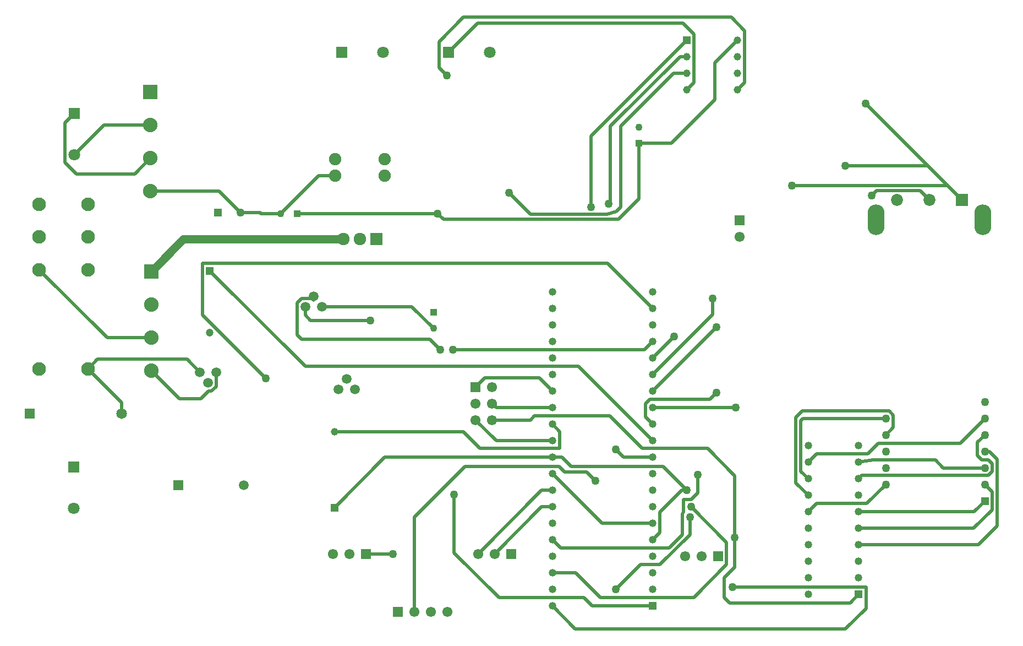
<source format=gbr>
G04*
G04 #@! TF.GenerationSoftware,Altium Limited,Altium Designer,22.4.2 (48)*
G04*
G04 Layer_Physical_Order=2*
G04 Layer_Color=16711680*
%FSLAX25Y25*%
%MOIN*%
G70*
G04*
G04 #@! TF.SameCoordinates,97987FA3-2DFC-465C-9EA8-C567EA978DF9*
G04*
G04*
G04 #@! TF.FilePolarity,Positive*
G04*
G01*
G75*
%ADD87C,0.07284*%
%ADD88R,0.07284X0.07284*%
G04:AMPARAMS|DCode=89|XSize=102.36mil|YSize=185.04mil|CornerRadius=51.18mil|HoleSize=0mil|Usage=FLASHONLY|Rotation=0.000|XOffset=0mil|YOffset=0mil|HoleType=Round|Shape=RoundedRectangle|*
%AMROUNDEDRECTD89*
21,1,0.10236,0.08268,0,0,0.0*
21,1,0.00000,0.18504,0,0,0.0*
1,1,0.10236,0.00000,-0.04134*
1,1,0.10236,0.00000,-0.04134*
1,1,0.10236,0.00000,0.04134*
1,1,0.10236,0.00000,0.04134*
%
%ADD89ROUNDEDRECTD89*%
G04:AMPARAMS|DCode=90|XSize=102.36mil|YSize=185.04mil|CornerRadius=51.18mil|HoleSize=0mil|Usage=FLASHONLY|Rotation=0.000|XOffset=0mil|YOffset=0mil|HoleType=Round|Shape=RoundedRectangle|*
%AMROUNDEDRECTD90*
21,1,0.10236,0.08268,0,0,0.0*
21,1,0.00000,0.18504,0,0,0.0*
1,1,0.10236,0.00000,-0.04134*
1,1,0.10236,0.00000,-0.04134*
1,1,0.10236,0.00000,0.04134*
1,1,0.10236,0.00000,0.04134*
%
%ADD90ROUNDEDRECTD90*%
%ADD92C,0.02000*%
%ADD93C,0.05000*%
%ADD94C,0.05906*%
%ADD95R,0.07087X0.07087*%
%ADD96C,0.07087*%
%ADD97C,0.04969*%
%ADD98R,0.04969X0.04969*%
%ADD99R,0.07087X0.07087*%
%ADD100R,0.08799X0.08799*%
%ADD101C,0.08799*%
%ADD102C,0.08268*%
%ADD103R,0.06496X0.06496*%
%ADD104C,0.06496*%
%ADD105R,0.04331X0.04331*%
%ADD106C,0.04331*%
%ADD107R,0.05020X0.05020*%
%ADD108C,0.05020*%
%ADD109R,0.05906X0.05906*%
%ADD110R,0.04724X0.04724*%
%ADD111C,0.04724*%
%ADD112R,0.07559X0.07559*%
%ADD113C,0.07559*%
%ADD114C,0.07500*%
%ADD115R,0.04559X0.04559*%
%ADD116C,0.04559*%
%ADD117R,0.04331X0.04331*%
%ADD118R,0.06102X0.06102*%
%ADD119C,0.06102*%
%ADD120R,0.04661X0.04661*%
%ADD121C,0.04661*%
%ADD122R,0.06102X0.06102*%
%ADD123R,0.04528X0.04528*%
%ADD124C,0.04528*%
%ADD125R,0.04685X0.04685*%
%ADD126C,0.04685*%
%ADD127C,0.05000*%
D87*
X634815Y377331D02*
D03*
X654500D02*
D03*
D88*
X674185D02*
D03*
D89*
X686783Y365126D02*
D03*
D90*
X622217D02*
D03*
D92*
X222453Y266253D02*
X222500Y266300D01*
X217747Y261547D02*
X219551D01*
X183000Y274000D02*
X200000Y257000D01*
X213200D01*
X217747Y261547D01*
X219551D02*
X222453Y264448D01*
Y266253D01*
X281500Y316500D02*
Y319063D01*
X653516Y398000D02*
X665543Y385973D01*
X615900Y435616D02*
X653516Y398000D01*
X665543Y385973D02*
X674185Y377331D01*
X507500Y444000D02*
X511800Y448300D01*
Y477500D01*
X505000Y484300D02*
X511800Y477500D01*
X380800Y484300D02*
X505000D01*
X363000Y466500D02*
X380800Y484300D01*
X606418Y133300D02*
X611618Y138500D01*
X533367Y133300D02*
X606418D01*
X530000Y136667D02*
X533367Y133300D01*
X530000Y136667D02*
Y148467D01*
X536400Y154867D01*
Y173100D01*
X182500Y382500D02*
X224280D01*
X237280Y369500D01*
X261500Y369000D02*
X284500Y392000D01*
X294500D01*
X154500Y422500D02*
X182500D01*
X136500Y404500D02*
X154500Y422500D01*
X356500Y369000D02*
X360000Y365500D01*
X466131D01*
X478500Y377869D01*
Y411500D01*
X271343Y369000D02*
X356500D01*
X365795Y286500D02*
X481748D01*
X486748Y291500D01*
X469300Y221500D02*
X486748D01*
X464500Y226300D02*
X469300Y221500D01*
X399900Y381500D02*
X412900Y368500D01*
X459000D01*
X464906Y370233D01*
X467600Y372927D01*
Y422100D01*
X499500Y454000D01*
X507500D01*
X603600Y398000D02*
X653516D01*
X571200Y385973D02*
X665543D01*
X619500Y380000D02*
X622473Y382973D01*
X648858D01*
X654500Y377331D01*
X144764Y275000D02*
X150564Y280800D01*
X204700D01*
X212500Y273000D01*
X449453Y415953D02*
X507500Y474000D01*
X449453Y373000D02*
Y415953D01*
X450300Y131500D02*
X486748D01*
X445300Y136500D02*
X450300Y131500D01*
X393800Y136500D02*
X445300D01*
X366600Y163700D02*
X393800Y136500D01*
X366600Y163700D02*
Y198800D01*
X521400Y256500D02*
X525500Y260600D01*
X485000Y256500D02*
X521400D01*
X482400Y253900D02*
X485000Y256500D01*
X482400Y245848D02*
Y253900D01*
Y245848D02*
X486748Y241500D01*
Y271500D02*
X523100Y307852D01*
Y317500D01*
X486748Y281500D02*
X499800Y294552D01*
X446700Y212700D02*
X452200Y207200D01*
X433500Y212700D02*
X446700D01*
X430300Y215900D02*
X433500Y212700D01*
X373000Y215900D02*
X430300D01*
X342500Y185400D02*
X373000Y215900D01*
X342500Y128000D02*
Y185400D01*
X379500Y264000D02*
X385000Y269500D01*
X418000D01*
X426000Y261500D01*
X392000Y251500D02*
X426000D01*
X389500Y254000D02*
X392000Y251500D01*
X426000Y151500D02*
X440262D01*
X455062Y136700D01*
X511708D01*
X531600Y156592D01*
Y170000D01*
X510100Y191500D02*
X531600Y170000D01*
X464500Y141500D02*
X479500Y156500D01*
X491300D01*
X509400Y174600D01*
Y185300D01*
X276500Y307500D02*
Y312563D01*
Y307500D02*
X279600Y304400D01*
X315900D01*
X611618Y188500D02*
X681500D01*
X688000Y195000D01*
X662900Y215000D02*
X688000D01*
X658000Y219900D02*
X662900Y215000D01*
X620500Y219900D02*
X658000D01*
X611618Y218500D02*
X620500Y219900D01*
X688000Y225000D02*
X690793D01*
X695500Y220293D01*
Y180000D02*
Y220293D01*
X684000Y168500D02*
X695500Y180000D01*
X611618Y168500D02*
X684000D01*
X580988Y218500D02*
X585988Y223500D01*
X617000D01*
X623500Y230000D01*
X673000D01*
X688000Y245000D01*
X535000Y142900D02*
X616000D01*
Y130000D02*
Y142900D01*
X603600Y117600D02*
X616000Y130000D01*
X439900Y117600D02*
X603600D01*
X426000Y131500D02*
X439900Y117600D01*
X577900Y245000D02*
X628000D01*
X576600Y243700D02*
X577900Y245000D01*
X576600Y212888D02*
Y243700D01*
Y212888D02*
X580988Y208500D01*
X628000Y235000D02*
X632500Y239500D01*
Y247100D01*
X630000Y249600D02*
X632500Y247100D01*
X577500Y249600D02*
X630000D01*
X573600Y245700D02*
X577500Y249600D01*
X573600Y205888D02*
Y245700D01*
Y205888D02*
X580988Y198500D01*
X683500Y230500D02*
X688000Y235000D01*
X683500Y222500D02*
Y230500D01*
Y222500D02*
X686000Y220000D01*
X690000D01*
X692500Y217500D01*
Y213000D02*
Y217500D01*
X690000Y210500D02*
X692500Y213000D01*
X613618Y210500D02*
X690000D01*
X611618Y208500D02*
X613618Y210500D01*
X611618Y178500D02*
X681300D01*
X692500Y189700D01*
Y200500D01*
X688000Y205000D02*
X692500Y200500D01*
X351700Y293100D02*
X358300Y286500D01*
X274100Y293100D02*
X351700D01*
X271500Y295700D02*
X274100Y293100D01*
X271500Y295700D02*
Y315000D01*
X274100Y317600D01*
X280400D01*
X281500Y316500D01*
X313000Y163000D02*
X329400D01*
X486748Y171500D02*
X491100Y175852D01*
Y188275D01*
X504325Y201500D01*
X507500D01*
X493100Y215900D02*
X507500Y201500D01*
X437431Y215900D02*
X493100D01*
X431831Y221500D02*
X437431Y215900D01*
X426000Y221500D02*
X431831D01*
X389500Y244000D02*
X412800D01*
X415300Y246500D01*
X460800D01*
X480500Y226800D01*
X520000D01*
X536400Y210400D01*
Y173100D02*
Y210400D01*
X460000Y375100D02*
X461300Y376400D01*
Y421800D01*
X503500Y464000D01*
X507500D01*
X165000Y248000D02*
Y254764D01*
X144764Y275000D02*
X165000Y254764D01*
X357400Y457300D02*
X362000Y452700D01*
X357400Y457300D02*
Y473100D01*
X372200Y487900D01*
X534400D01*
X542600Y479700D01*
Y448352D02*
Y479700D01*
X538248Y444000D02*
X542600Y448352D01*
X524400Y460152D02*
X538248Y474000D01*
X524400Y437800D02*
Y460152D01*
X498100Y411500D02*
X524400Y437800D01*
X478500Y411500D02*
X498100D01*
X173100Y393100D02*
X182500Y402500D01*
X137800Y393100D02*
X173100D01*
X130900Y400000D02*
X137800Y393100D01*
X130900Y400000D02*
Y423900D01*
X136500Y429500D01*
X514300Y200000D02*
Y210800D01*
X510300Y196000D02*
X514300Y200000D01*
X505600Y196000D02*
X510300D01*
X505600Y188141D02*
Y196000D01*
X504900Y187441D02*
X505600Y188141D01*
X504900Y174500D02*
Y187441D01*
X496900Y166500D02*
X504900Y174500D01*
X431000Y166500D02*
X496900D01*
X426000Y171500D02*
X431000Y166500D01*
X456000Y181500D02*
X486748D01*
X426000Y211500D02*
X456000Y181500D01*
X459448Y338800D02*
X486748Y311500D01*
X214100Y338800D02*
X459448D01*
X214100Y307674D02*
Y338800D01*
Y307674D02*
X252400Y269374D01*
X486748Y261500D02*
X525600Y300352D01*
X486748Y251500D02*
X537000D01*
X218500Y334402D02*
X276402Y276500D01*
X441748D01*
X486748Y231500D01*
X222500Y266300D02*
Y273000D01*
X340937Y312563D02*
X354000Y299500D01*
X286500Y312563D02*
X340937D01*
X294000Y237000D02*
X372200D01*
X382200Y227000D01*
X430400D01*
Y237100D01*
X426000Y241500D02*
X430400Y237100D01*
X324563Y221500D02*
X426000D01*
X294000Y190937D02*
X324563Y221500D01*
X419500Y201500D02*
X426000D01*
X381000Y163000D02*
X419500Y201500D01*
Y191500D02*
X426000D01*
X391000Y163000D02*
X419500Y191500D01*
X156315Y294000D02*
X183000D01*
X115236Y335079D02*
X156315Y294000D01*
X616500Y193500D02*
X628000Y205000D01*
X585988Y193500D02*
X616500D01*
X580988Y188500D02*
X585988Y193500D01*
X392000Y231500D02*
X426000D01*
X379500Y244000D02*
X392000Y231500D01*
X249600Y369000D02*
X261500D01*
X249100Y369500D02*
X249600Y369000D01*
X237280Y369500D02*
X249100D01*
D93*
X202500Y353500D02*
X299500D01*
X183000Y334000D02*
X202500Y353500D01*
D94*
X212500Y273000D02*
D03*
X217500Y266500D02*
D03*
X222500Y273000D02*
D03*
X296500Y262500D02*
D03*
X301500Y269000D02*
D03*
X306500Y262500D02*
D03*
X286500Y312563D02*
D03*
X281500Y319063D02*
D03*
X276500Y312563D02*
D03*
X239000Y204500D02*
D03*
D95*
X298500Y466500D02*
D03*
X363000D02*
D03*
D96*
X323500D02*
D03*
X136500Y404500D02*
D03*
X136000Y190500D02*
D03*
X388000Y466500D02*
D03*
D97*
X628000Y225000D02*
D03*
Y215000D02*
D03*
Y205000D02*
D03*
Y235000D02*
D03*
Y245000D02*
D03*
X688000Y225000D02*
D03*
Y235000D02*
D03*
Y245000D02*
D03*
Y215000D02*
D03*
Y205000D02*
D03*
Y255000D02*
D03*
D98*
Y195000D02*
D03*
D99*
X136500Y429500D02*
D03*
X136000Y215500D02*
D03*
D100*
X182500Y442500D02*
D03*
X183000Y334000D02*
D03*
D101*
X182500Y422500D02*
D03*
Y402500D02*
D03*
Y382500D02*
D03*
X183000Y314000D02*
D03*
Y294000D02*
D03*
Y274000D02*
D03*
D102*
X144764Y275000D02*
D03*
Y335079D02*
D03*
Y354921D02*
D03*
Y374764D02*
D03*
X115236D02*
D03*
Y354921D02*
D03*
Y335079D02*
D03*
Y275000D02*
D03*
D103*
X109488Y248000D02*
D03*
D104*
X165000D02*
D03*
D105*
X271343Y369000D02*
D03*
D106*
X261500D02*
D03*
X478500Y421343D02*
D03*
X354000Y299500D02*
D03*
D107*
X223500Y369500D02*
D03*
D108*
X237280D02*
D03*
D109*
X199630Y204500D02*
D03*
D110*
X218500Y334402D02*
D03*
D111*
Y297000D02*
D03*
D112*
X319500Y353500D02*
D03*
D113*
X309500D02*
D03*
X299500D02*
D03*
D114*
X324500Y392000D02*
D03*
Y402000D02*
D03*
X294500D02*
D03*
Y392000D02*
D03*
D115*
X507500Y474000D02*
D03*
D116*
Y464000D02*
D03*
Y454000D02*
D03*
Y444000D02*
D03*
X538248D02*
D03*
Y454000D02*
D03*
Y464000D02*
D03*
Y474000D02*
D03*
D117*
X478500Y411500D02*
D03*
X354000Y309343D02*
D03*
D118*
X401000Y163000D02*
D03*
X313000D02*
D03*
X332500Y128000D02*
D03*
X526500Y161500D02*
D03*
D119*
X391000Y163000D02*
D03*
X381000D02*
D03*
X303000D02*
D03*
X293000D02*
D03*
X539500Y355000D02*
D03*
X389500Y264000D02*
D03*
X379500Y254000D02*
D03*
Y244000D02*
D03*
X389500Y254000D02*
D03*
Y244000D02*
D03*
X342500Y128000D02*
D03*
X352500D02*
D03*
X362500D02*
D03*
X516500Y161500D02*
D03*
X506500D02*
D03*
D120*
X486748Y131500D02*
D03*
D121*
Y141500D02*
D03*
Y151500D02*
D03*
Y161500D02*
D03*
Y171500D02*
D03*
Y181500D02*
D03*
Y191500D02*
D03*
Y201500D02*
D03*
Y211500D02*
D03*
Y221500D02*
D03*
Y231500D02*
D03*
Y241500D02*
D03*
Y251500D02*
D03*
Y261500D02*
D03*
Y271500D02*
D03*
Y281500D02*
D03*
Y291500D02*
D03*
Y301500D02*
D03*
Y311500D02*
D03*
Y321500D02*
D03*
X426000D02*
D03*
Y311500D02*
D03*
Y301500D02*
D03*
Y291500D02*
D03*
Y281500D02*
D03*
Y271500D02*
D03*
Y261500D02*
D03*
Y251500D02*
D03*
Y241500D02*
D03*
Y231500D02*
D03*
Y221500D02*
D03*
Y211500D02*
D03*
Y201500D02*
D03*
Y191500D02*
D03*
Y181500D02*
D03*
Y171500D02*
D03*
Y161500D02*
D03*
Y151500D02*
D03*
Y141500D02*
D03*
Y131500D02*
D03*
D122*
X539500Y365000D02*
D03*
X379500Y264000D02*
D03*
D123*
X294000Y190937D02*
D03*
D124*
Y237000D02*
D03*
D125*
X611618Y138500D02*
D03*
D126*
Y148500D02*
D03*
Y158500D02*
D03*
Y168500D02*
D03*
Y178500D02*
D03*
Y188500D02*
D03*
Y198500D02*
D03*
Y208500D02*
D03*
Y218500D02*
D03*
Y228500D02*
D03*
X580988D02*
D03*
Y218500D02*
D03*
Y208500D02*
D03*
Y198500D02*
D03*
Y188500D02*
D03*
Y178500D02*
D03*
Y168500D02*
D03*
Y158500D02*
D03*
Y148500D02*
D03*
Y138500D02*
D03*
D127*
X536400Y173100D02*
D03*
X356500Y369000D02*
D03*
X365795Y286500D02*
D03*
X464500Y226300D02*
D03*
X399900Y381500D02*
D03*
X603600Y398000D02*
D03*
X571200Y385973D02*
D03*
X619500Y380000D02*
D03*
X449453Y373000D02*
D03*
X366600Y198800D02*
D03*
X525500Y260600D02*
D03*
X523100Y317500D02*
D03*
X499800Y294552D02*
D03*
X452200Y207200D02*
D03*
X510100Y191500D02*
D03*
X464500Y141500D02*
D03*
X509400Y185300D02*
D03*
X315900Y304400D02*
D03*
X535000Y142900D02*
D03*
X358300Y286500D02*
D03*
X329400Y163000D02*
D03*
X507500Y201500D02*
D03*
X460000Y375100D02*
D03*
X615900Y435616D02*
D03*
X362000Y452700D02*
D03*
X514300Y210800D02*
D03*
X252400Y269374D02*
D03*
X525600Y300352D02*
D03*
X537000Y251500D02*
D03*
M02*

</source>
